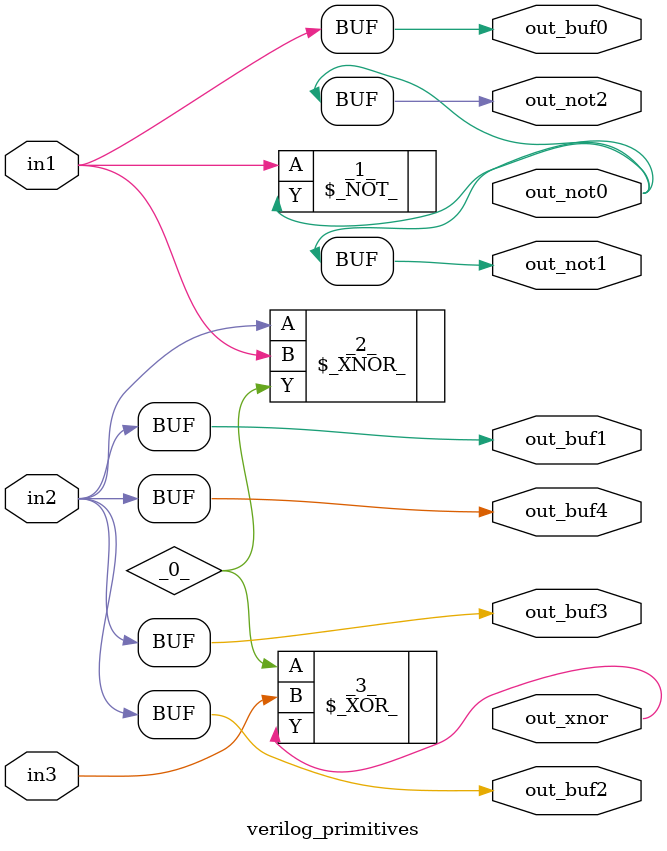
<source format=v>
/* Generated by Yosys 0.62+39 (git sha1 131911291-dirty, g++ 11.4.0-1ubuntu1~22.04.2 -Og -fPIC) */

(* top =  1  *)
(* src = "dut.sv:1.1-15.10" *)
module verilog_primitives(in1, in2, in3, out_buf0, out_buf1, out_buf2, out_buf3, out_buf4, out_not0, out_not1, out_not2, out_xnor);
  (* src = "dut.sv:2.13-2.16" *)
  input in1;
  wire in1;
  (* src = "dut.sv:2.18-2.21" *)
  input in2;
  wire in2;
  (* src = "dut.sv:2.23-2.26" *)
  input in3;
  wire in3;
  (* src = "dut.sv:3.14-3.22" *)
  output out_buf0;
  wire out_buf0;
  (* src = "dut.sv:3.24-3.32" *)
  output out_buf1;
  wire out_buf1;
  (* src = "dut.sv:3.34-3.42" *)
  output out_buf2;
  wire out_buf2;
  (* src = "dut.sv:3.44-3.52" *)
  output out_buf3;
  wire out_buf3;
  (* src = "dut.sv:3.54-3.62" *)
  output out_buf4;
  wire out_buf4;
  (* src = "dut.sv:4.14-4.22" *)
  output out_not0;
  wire out_not0;
  (* src = "dut.sv:4.24-4.32" *)
  output out_not1;
  wire out_not1;
  (* src = "dut.sv:4.34-4.42" *)
  output out_not2;
  wire out_not2;
  (* src = "dut.sv:5.14-5.22" *)
  output out_xnor;
  wire out_xnor;
  wire _0_;
  \$_NOT_  _1_ (
    .A(in1),
    .Y(out_not0)
  );
  \$_XNOR_  _2_ (
    .A(in2),
    .B(in1),
    .Y(_0_)
  );
  \$_XOR_  _3_ (
    .A(_0_),
    .B(in3),
    .Y(out_xnor)
  );
  assign out_not2 = out_not0;
  assign out_not1 = out_not0;
  assign out_buf4 = in2;
  assign out_buf3 = in2;
  assign out_buf2 = in2;
  assign out_buf1 = in2;
  assign out_buf0 = in1;
endmodule

</source>
